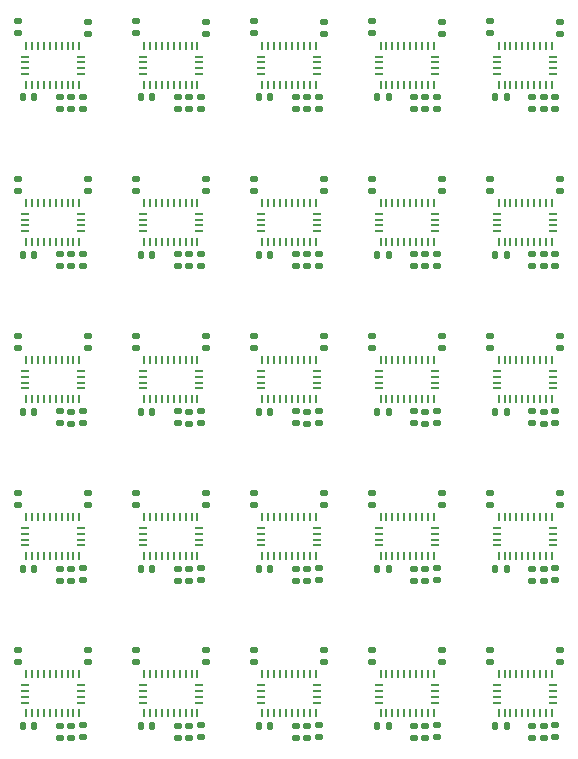
<source format=gtp>
%TF.GenerationSoftware,KiCad,Pcbnew,7.0.5-1.fc38*%
%TF.CreationDate,2023-07-07T14:18:13-04:00*%
%TF.ProjectId,bno085-i2c-board-v3-square-panel,626e6f30-3835-42d6-9932-632d626f6172,rev?*%
%TF.SameCoordinates,Original*%
%TF.FileFunction,Paste,Top*%
%TF.FilePolarity,Positive*%
%FSLAX46Y46*%
G04 Gerber Fmt 4.6, Leading zero omitted, Abs format (unit mm)*
G04 Created by KiCad (PCBNEW 7.0.5-1.fc38) date 2023-07-07 14:18:13*
%MOMM*%
%LPD*%
G01*
G04 APERTURE LIST*
G04 Aperture macros list*
%AMRoundRect*
0 Rectangle with rounded corners*
0 $1 Rounding radius*
0 $2 $3 $4 $5 $6 $7 $8 $9 X,Y pos of 4 corners*
0 Add a 4 corners polygon primitive as box body*
4,1,4,$2,$3,$4,$5,$6,$7,$8,$9,$2,$3,0*
0 Add four circle primitives for the rounded corners*
1,1,$1+$1,$2,$3*
1,1,$1+$1,$4,$5*
1,1,$1+$1,$6,$7*
1,1,$1+$1,$8,$9*
0 Add four rect primitives between the rounded corners*
20,1,$1+$1,$2,$3,$4,$5,0*
20,1,$1+$1,$4,$5,$6,$7,0*
20,1,$1+$1,$6,$7,$8,$9,0*
20,1,$1+$1,$8,$9,$2,$3,0*%
G04 Aperture macros list end*
%ADD10RoundRect,0.135000X-0.185000X0.135000X-0.185000X-0.135000X0.185000X-0.135000X0.185000X0.135000X0*%
%ADD11RoundRect,0.140000X0.140000X0.170000X-0.140000X0.170000X-0.140000X-0.170000X0.140000X-0.170000X0*%
%ADD12RoundRect,0.135000X0.185000X-0.135000X0.185000X0.135000X-0.185000X0.135000X-0.185000X-0.135000X0*%
%ADD13R,0.254000X0.675000*%
%ADD14R,0.675000X0.254000*%
G04 APERTURE END LIST*
D10*
%TO.C,R4*%
X131379924Y-56390678D03*
X131379924Y-57410678D03*
%TD*%
D11*
%TO.C,C1*%
X126822887Y-49506451D03*
X125862887Y-49506451D03*
%TD*%
%TO.C,C1*%
X126822887Y-36206451D03*
X125862887Y-36206451D03*
%TD*%
D10*
%TO.C,R1*%
X150925001Y-36169619D03*
X150925001Y-37189619D03*
%TD*%
D12*
%TO.C,R2*%
X169950850Y-90414177D03*
X169950850Y-89394177D03*
%TD*%
%TO.C,R5*%
X155415173Y-30787101D03*
X155415173Y-29767101D03*
%TD*%
D13*
%TO.C,U1*%
X156150000Y-71725000D03*
D14*
X156012500Y-72637500D03*
X156012500Y-73137500D03*
X156012500Y-73637500D03*
X156012500Y-74137500D03*
D13*
X156150000Y-75050000D03*
X156650000Y-75050000D03*
X157150000Y-75050000D03*
X157650000Y-75050000D03*
X158150000Y-75050000D03*
X158650000Y-75050000D03*
X159150000Y-75050000D03*
X159650000Y-75050000D03*
X160150000Y-75050000D03*
X160650000Y-75050000D03*
D14*
X160787500Y-74137500D03*
X160787500Y-73637500D03*
X160787500Y-73137500D03*
X160787500Y-72637500D03*
D13*
X160650000Y-71725000D03*
X160150000Y-71725000D03*
X159650000Y-71725000D03*
X159150000Y-71725000D03*
X158650000Y-71725000D03*
X158150000Y-71725000D03*
X157650000Y-71725000D03*
X157150000Y-71725000D03*
X156650000Y-71725000D03*
%TD*%
D11*
%TO.C,C1*%
X136822887Y-76106451D03*
X135862887Y-76106451D03*
%TD*%
D10*
%TO.C,R1*%
X170925001Y-76069619D03*
X170925001Y-77089619D03*
%TD*%
D12*
%TO.C,R5*%
X145415173Y-83987101D03*
X145415173Y-82967101D03*
%TD*%
D10*
%TO.C,R4*%
X131379924Y-29790678D03*
X131379924Y-30810678D03*
%TD*%
D13*
%TO.C,U1*%
X136150000Y-45125000D03*
D14*
X136012500Y-46037500D03*
X136012500Y-46537500D03*
X136012500Y-47037500D03*
X136012500Y-47537500D03*
D13*
X136150000Y-48450000D03*
X136650000Y-48450000D03*
X137150000Y-48450000D03*
X137650000Y-48450000D03*
X138150000Y-48450000D03*
X138650000Y-48450000D03*
X139150000Y-48450000D03*
X139650000Y-48450000D03*
X140150000Y-48450000D03*
X140650000Y-48450000D03*
D14*
X140787500Y-47537500D03*
X140787500Y-47037500D03*
X140787500Y-46537500D03*
X140787500Y-46037500D03*
D13*
X140650000Y-45125000D03*
X140150000Y-45125000D03*
X139650000Y-45125000D03*
X139150000Y-45125000D03*
X138650000Y-45125000D03*
X138150000Y-45125000D03*
X137650000Y-45125000D03*
X137150000Y-45125000D03*
X136650000Y-45125000D03*
%TD*%
D11*
%TO.C,C1*%
X166822887Y-36206451D03*
X165862887Y-36206451D03*
%TD*%
%TO.C,C1*%
X136822887Y-89406451D03*
X135862887Y-89406451D03*
%TD*%
D13*
%TO.C,U1*%
X136150000Y-31825000D03*
D14*
X136012500Y-32737500D03*
X136012500Y-33237500D03*
X136012500Y-33737500D03*
X136012500Y-34237500D03*
D13*
X136150000Y-35150000D03*
X136650000Y-35150000D03*
X137150000Y-35150000D03*
X137650000Y-35150000D03*
X138150000Y-35150000D03*
X138650000Y-35150000D03*
X139150000Y-35150000D03*
X139650000Y-35150000D03*
X140150000Y-35150000D03*
X140650000Y-35150000D03*
D14*
X140787500Y-34237500D03*
X140787500Y-33737500D03*
X140787500Y-33237500D03*
X140787500Y-32737500D03*
D13*
X140650000Y-31825000D03*
X140150000Y-31825000D03*
X139650000Y-31825000D03*
X139150000Y-31825000D03*
X138650000Y-31825000D03*
X138150000Y-31825000D03*
X137650000Y-31825000D03*
X137150000Y-31825000D03*
X136650000Y-31825000D03*
%TD*%
D10*
%TO.C,R1*%
X170925001Y-49469619D03*
X170925001Y-50489619D03*
%TD*%
D12*
%TO.C,R3*%
X158984885Y-77105991D03*
X158984885Y-76085991D03*
%TD*%
%TO.C,R5*%
X125415173Y-70687101D03*
X125415173Y-69667101D03*
%TD*%
D11*
%TO.C,C1*%
X166822887Y-76106451D03*
X165862887Y-76106451D03*
%TD*%
D13*
%TO.C,U1*%
X146150000Y-31825000D03*
D14*
X146012500Y-32737500D03*
X146012500Y-33237500D03*
X146012500Y-33737500D03*
X146012500Y-34237500D03*
D13*
X146150000Y-35150000D03*
X146650000Y-35150000D03*
X147150000Y-35150000D03*
X147650000Y-35150000D03*
X148150000Y-35150000D03*
X148650000Y-35150000D03*
X149150000Y-35150000D03*
X149650000Y-35150000D03*
X150150000Y-35150000D03*
X150650000Y-35150000D03*
D14*
X150787500Y-34237500D03*
X150787500Y-33737500D03*
X150787500Y-33237500D03*
X150787500Y-32737500D03*
D13*
X150650000Y-31825000D03*
X150150000Y-31825000D03*
X149650000Y-31825000D03*
X149150000Y-31825000D03*
X148650000Y-31825000D03*
X148150000Y-31825000D03*
X147650000Y-31825000D03*
X147150000Y-31825000D03*
X146650000Y-31825000D03*
%TD*%
D10*
%TO.C,R1*%
X130925001Y-36169619D03*
X130925001Y-37189619D03*
%TD*%
D12*
%TO.C,R2*%
X129950850Y-50514177D03*
X129950850Y-49494177D03*
%TD*%
%TO.C,R5*%
X145415173Y-57387101D03*
X145415173Y-56367101D03*
%TD*%
D10*
%TO.C,R1*%
X150925001Y-62769619D03*
X150925001Y-63789619D03*
%TD*%
D11*
%TO.C,C1*%
X146822887Y-36206451D03*
X145862887Y-36206451D03*
%TD*%
D12*
%TO.C,R2*%
X169950850Y-50514177D03*
X169950850Y-49494177D03*
%TD*%
D13*
%TO.C,U1*%
X126150000Y-71725000D03*
D14*
X126012500Y-72637500D03*
X126012500Y-73137500D03*
X126012500Y-73637500D03*
X126012500Y-74137500D03*
D13*
X126150000Y-75050000D03*
X126650000Y-75050000D03*
X127150000Y-75050000D03*
X127650000Y-75050000D03*
X128150000Y-75050000D03*
X128650000Y-75050000D03*
X129150000Y-75050000D03*
X129650000Y-75050000D03*
X130150000Y-75050000D03*
X130650000Y-75050000D03*
D14*
X130787500Y-74137500D03*
X130787500Y-73637500D03*
X130787500Y-73137500D03*
X130787500Y-72637500D03*
D13*
X130650000Y-71725000D03*
X130150000Y-71725000D03*
X129650000Y-71725000D03*
X129150000Y-71725000D03*
X128650000Y-71725000D03*
X128150000Y-71725000D03*
X127650000Y-71725000D03*
X127150000Y-71725000D03*
X126650000Y-71725000D03*
%TD*%
D12*
%TO.C,R2*%
X169950850Y-63814177D03*
X169950850Y-62794177D03*
%TD*%
D11*
%TO.C,C1*%
X146822887Y-49506451D03*
X145862887Y-49506451D03*
%TD*%
D10*
%TO.C,R4*%
X131379924Y-82990678D03*
X131379924Y-84010678D03*
%TD*%
D12*
%TO.C,R3*%
X148984885Y-50505991D03*
X148984885Y-49485991D03*
%TD*%
D10*
%TO.C,R1*%
X150925001Y-49469619D03*
X150925001Y-50489619D03*
%TD*%
D12*
%TO.C,R3*%
X168984885Y-63805991D03*
X168984885Y-62785991D03*
%TD*%
%TO.C,R3*%
X158984885Y-50505991D03*
X158984885Y-49485991D03*
%TD*%
D10*
%TO.C,R1*%
X150925001Y-89369619D03*
X150925001Y-90389619D03*
%TD*%
D12*
%TO.C,R2*%
X139950850Y-90414177D03*
X139950850Y-89394177D03*
%TD*%
D13*
%TO.C,U1*%
X146150000Y-85025000D03*
D14*
X146012500Y-85937500D03*
X146012500Y-86437500D03*
X146012500Y-86937500D03*
X146012500Y-87437500D03*
D13*
X146150000Y-88350000D03*
X146650000Y-88350000D03*
X147150000Y-88350000D03*
X147650000Y-88350000D03*
X148150000Y-88350000D03*
X148650000Y-88350000D03*
X149150000Y-88350000D03*
X149650000Y-88350000D03*
X150150000Y-88350000D03*
X150650000Y-88350000D03*
D14*
X150787500Y-87437500D03*
X150787500Y-86937500D03*
X150787500Y-86437500D03*
X150787500Y-85937500D03*
D13*
X150650000Y-85025000D03*
X150150000Y-85025000D03*
X149650000Y-85025000D03*
X149150000Y-85025000D03*
X148650000Y-85025000D03*
X148150000Y-85025000D03*
X147650000Y-85025000D03*
X147150000Y-85025000D03*
X146650000Y-85025000D03*
%TD*%
D10*
%TO.C,R4*%
X151379924Y-82990678D03*
X151379924Y-84010678D03*
%TD*%
D12*
%TO.C,R2*%
X139950850Y-50514177D03*
X139950850Y-49494177D03*
%TD*%
D10*
%TO.C,R1*%
X130925001Y-89369619D03*
X130925001Y-90389619D03*
%TD*%
D12*
%TO.C,R5*%
X145415173Y-70687101D03*
X145415173Y-69667101D03*
%TD*%
D10*
%TO.C,R4*%
X161379924Y-56390678D03*
X161379924Y-57410678D03*
%TD*%
D12*
%TO.C,R3*%
X168984885Y-50505991D03*
X168984885Y-49485991D03*
%TD*%
D11*
%TO.C,C1*%
X166822887Y-49506451D03*
X165862887Y-49506451D03*
%TD*%
D10*
%TO.C,R4*%
X141379924Y-69690678D03*
X141379924Y-70710678D03*
%TD*%
D12*
%TO.C,R3*%
X128984885Y-50505991D03*
X128984885Y-49485991D03*
%TD*%
%TO.C,R5*%
X155415173Y-44087101D03*
X155415173Y-43067101D03*
%TD*%
%TO.C,R2*%
X169950850Y-77114177D03*
X169950850Y-76094177D03*
%TD*%
%TO.C,R3*%
X138984885Y-63805991D03*
X138984885Y-62785991D03*
%TD*%
%TO.C,R3*%
X138984885Y-90405991D03*
X138984885Y-89385991D03*
%TD*%
%TO.C,R5*%
X135415173Y-57387101D03*
X135415173Y-56367101D03*
%TD*%
%TO.C,R5*%
X135415173Y-83987101D03*
X135415173Y-82967101D03*
%TD*%
D10*
%TO.C,R1*%
X170925001Y-89369619D03*
X170925001Y-90389619D03*
%TD*%
D12*
%TO.C,R2*%
X169950850Y-37214177D03*
X169950850Y-36194177D03*
%TD*%
D10*
%TO.C,R4*%
X151379924Y-56390678D03*
X151379924Y-57410678D03*
%TD*%
D13*
%TO.C,U1*%
X156150000Y-85025000D03*
D14*
X156012500Y-85937500D03*
X156012500Y-86437500D03*
X156012500Y-86937500D03*
X156012500Y-87437500D03*
D13*
X156150000Y-88350000D03*
X156650000Y-88350000D03*
X157150000Y-88350000D03*
X157650000Y-88350000D03*
X158150000Y-88350000D03*
X158650000Y-88350000D03*
X159150000Y-88350000D03*
X159650000Y-88350000D03*
X160150000Y-88350000D03*
X160650000Y-88350000D03*
D14*
X160787500Y-87437500D03*
X160787500Y-86937500D03*
X160787500Y-86437500D03*
X160787500Y-85937500D03*
D13*
X160650000Y-85025000D03*
X160150000Y-85025000D03*
X159650000Y-85025000D03*
X159150000Y-85025000D03*
X158650000Y-85025000D03*
X158150000Y-85025000D03*
X157650000Y-85025000D03*
X157150000Y-85025000D03*
X156650000Y-85025000D03*
%TD*%
D12*
%TO.C,R2*%
X159950850Y-90414177D03*
X159950850Y-89394177D03*
%TD*%
D10*
%TO.C,R1*%
X160925001Y-36169619D03*
X160925001Y-37189619D03*
%TD*%
D12*
%TO.C,R5*%
X165415173Y-57387101D03*
X165415173Y-56367101D03*
%TD*%
D10*
%TO.C,R4*%
X151379924Y-69690678D03*
X151379924Y-70710678D03*
%TD*%
D13*
%TO.C,U1*%
X146150000Y-58425000D03*
D14*
X146012500Y-59337500D03*
X146012500Y-59837500D03*
X146012500Y-60337500D03*
X146012500Y-60837500D03*
D13*
X146150000Y-61750000D03*
X146650000Y-61750000D03*
X147150000Y-61750000D03*
X147650000Y-61750000D03*
X148150000Y-61750000D03*
X148650000Y-61750000D03*
X149150000Y-61750000D03*
X149650000Y-61750000D03*
X150150000Y-61750000D03*
X150650000Y-61750000D03*
D14*
X150787500Y-60837500D03*
X150787500Y-60337500D03*
X150787500Y-59837500D03*
X150787500Y-59337500D03*
D13*
X150650000Y-58425000D03*
X150150000Y-58425000D03*
X149650000Y-58425000D03*
X149150000Y-58425000D03*
X148650000Y-58425000D03*
X148150000Y-58425000D03*
X147650000Y-58425000D03*
X147150000Y-58425000D03*
X146650000Y-58425000D03*
%TD*%
D11*
%TO.C,C1*%
X126822887Y-62806451D03*
X125862887Y-62806451D03*
%TD*%
D10*
%TO.C,R1*%
X160925001Y-49469619D03*
X160925001Y-50489619D03*
%TD*%
D11*
%TO.C,C1*%
X166822887Y-89406451D03*
X165862887Y-89406451D03*
%TD*%
D10*
%TO.C,R1*%
X130925001Y-49469619D03*
X130925001Y-50489619D03*
%TD*%
%TO.C,R4*%
X171379924Y-29790678D03*
X171379924Y-30810678D03*
%TD*%
D12*
%TO.C,R2*%
X129950850Y-77114177D03*
X129950850Y-76094177D03*
%TD*%
%TO.C,R5*%
X155415173Y-70687101D03*
X155415173Y-69667101D03*
%TD*%
%TO.C,R3*%
X148984885Y-77105991D03*
X148984885Y-76085991D03*
%TD*%
%TO.C,R5*%
X125415173Y-44087101D03*
X125415173Y-43067101D03*
%TD*%
D13*
%TO.C,U1*%
X136150000Y-58425000D03*
D14*
X136012500Y-59337500D03*
X136012500Y-59837500D03*
X136012500Y-60337500D03*
X136012500Y-60837500D03*
D13*
X136150000Y-61750000D03*
X136650000Y-61750000D03*
X137150000Y-61750000D03*
X137650000Y-61750000D03*
X138150000Y-61750000D03*
X138650000Y-61750000D03*
X139150000Y-61750000D03*
X139650000Y-61750000D03*
X140150000Y-61750000D03*
X140650000Y-61750000D03*
D14*
X140787500Y-60837500D03*
X140787500Y-60337500D03*
X140787500Y-59837500D03*
X140787500Y-59337500D03*
D13*
X140650000Y-58425000D03*
X140150000Y-58425000D03*
X139650000Y-58425000D03*
X139150000Y-58425000D03*
X138650000Y-58425000D03*
X138150000Y-58425000D03*
X137650000Y-58425000D03*
X137150000Y-58425000D03*
X136650000Y-58425000D03*
%TD*%
D10*
%TO.C,R4*%
X151379924Y-29790678D03*
X151379924Y-30810678D03*
%TD*%
%TO.C,R4*%
X171379924Y-43090678D03*
X171379924Y-44110678D03*
%TD*%
%TO.C,R4*%
X171379924Y-56390678D03*
X171379924Y-57410678D03*
%TD*%
D12*
%TO.C,R3*%
X168984885Y-90405991D03*
X168984885Y-89385991D03*
%TD*%
D10*
%TO.C,R4*%
X131379924Y-69690678D03*
X131379924Y-70710678D03*
%TD*%
%TO.C,R4*%
X161379924Y-43090678D03*
X161379924Y-44110678D03*
%TD*%
%TO.C,R4*%
X161379924Y-69690678D03*
X161379924Y-70710678D03*
%TD*%
%TO.C,R1*%
X130925001Y-62769619D03*
X130925001Y-63789619D03*
%TD*%
D13*
%TO.C,U1*%
X136150000Y-71725000D03*
D14*
X136012500Y-72637500D03*
X136012500Y-73137500D03*
X136012500Y-73637500D03*
X136012500Y-74137500D03*
D13*
X136150000Y-75050000D03*
X136650000Y-75050000D03*
X137150000Y-75050000D03*
X137650000Y-75050000D03*
X138150000Y-75050000D03*
X138650000Y-75050000D03*
X139150000Y-75050000D03*
X139650000Y-75050000D03*
X140150000Y-75050000D03*
X140650000Y-75050000D03*
D14*
X140787500Y-74137500D03*
X140787500Y-73637500D03*
X140787500Y-73137500D03*
X140787500Y-72637500D03*
D13*
X140650000Y-71725000D03*
X140150000Y-71725000D03*
X139650000Y-71725000D03*
X139150000Y-71725000D03*
X138650000Y-71725000D03*
X138150000Y-71725000D03*
X137650000Y-71725000D03*
X137150000Y-71725000D03*
X136650000Y-71725000D03*
%TD*%
D12*
%TO.C,R5*%
X155415173Y-83987101D03*
X155415173Y-82967101D03*
%TD*%
D10*
%TO.C,R1*%
X140925001Y-89369619D03*
X140925001Y-90389619D03*
%TD*%
D12*
%TO.C,R5*%
X135415173Y-30787101D03*
X135415173Y-29767101D03*
%TD*%
D11*
%TO.C,C1*%
X146822887Y-89406451D03*
X145862887Y-89406451D03*
%TD*%
D12*
%TO.C,R2*%
X149950850Y-63814177D03*
X149950850Y-62794177D03*
%TD*%
D10*
%TO.C,R4*%
X161379924Y-82990678D03*
X161379924Y-84010678D03*
%TD*%
D13*
%TO.C,U1*%
X166150000Y-85025000D03*
D14*
X166012500Y-85937500D03*
X166012500Y-86437500D03*
X166012500Y-86937500D03*
X166012500Y-87437500D03*
D13*
X166150000Y-88350000D03*
X166650000Y-88350000D03*
X167150000Y-88350000D03*
X167650000Y-88350000D03*
X168150000Y-88350000D03*
X168650000Y-88350000D03*
X169150000Y-88350000D03*
X169650000Y-88350000D03*
X170150000Y-88350000D03*
X170650000Y-88350000D03*
D14*
X170787500Y-87437500D03*
X170787500Y-86937500D03*
X170787500Y-86437500D03*
X170787500Y-85937500D03*
D13*
X170650000Y-85025000D03*
X170150000Y-85025000D03*
X169650000Y-85025000D03*
X169150000Y-85025000D03*
X168650000Y-85025000D03*
X168150000Y-85025000D03*
X167650000Y-85025000D03*
X167150000Y-85025000D03*
X166650000Y-85025000D03*
%TD*%
D12*
%TO.C,R2*%
X159950850Y-77114177D03*
X159950850Y-76094177D03*
%TD*%
D13*
%TO.C,U1*%
X156150000Y-45125000D03*
D14*
X156012500Y-46037500D03*
X156012500Y-46537500D03*
X156012500Y-47037500D03*
X156012500Y-47537500D03*
D13*
X156150000Y-48450000D03*
X156650000Y-48450000D03*
X157150000Y-48450000D03*
X157650000Y-48450000D03*
X158150000Y-48450000D03*
X158650000Y-48450000D03*
X159150000Y-48450000D03*
X159650000Y-48450000D03*
X160150000Y-48450000D03*
X160650000Y-48450000D03*
D14*
X160787500Y-47537500D03*
X160787500Y-47037500D03*
X160787500Y-46537500D03*
X160787500Y-46037500D03*
D13*
X160650000Y-45125000D03*
X160150000Y-45125000D03*
X159650000Y-45125000D03*
X159150000Y-45125000D03*
X158650000Y-45125000D03*
X158150000Y-45125000D03*
X157650000Y-45125000D03*
X157150000Y-45125000D03*
X156650000Y-45125000D03*
%TD*%
D12*
%TO.C,R2*%
X159950850Y-37214177D03*
X159950850Y-36194177D03*
%TD*%
D13*
%TO.C,U1*%
X126150000Y-85025000D03*
D14*
X126012500Y-85937500D03*
X126012500Y-86437500D03*
X126012500Y-86937500D03*
X126012500Y-87437500D03*
D13*
X126150000Y-88350000D03*
X126650000Y-88350000D03*
X127150000Y-88350000D03*
X127650000Y-88350000D03*
X128150000Y-88350000D03*
X128650000Y-88350000D03*
X129150000Y-88350000D03*
X129650000Y-88350000D03*
X130150000Y-88350000D03*
X130650000Y-88350000D03*
D14*
X130787500Y-87437500D03*
X130787500Y-86937500D03*
X130787500Y-86437500D03*
X130787500Y-85937500D03*
D13*
X130650000Y-85025000D03*
X130150000Y-85025000D03*
X129650000Y-85025000D03*
X129150000Y-85025000D03*
X128650000Y-85025000D03*
X128150000Y-85025000D03*
X127650000Y-85025000D03*
X127150000Y-85025000D03*
X126650000Y-85025000D03*
%TD*%
D12*
%TO.C,R2*%
X149950850Y-90414177D03*
X149950850Y-89394177D03*
%TD*%
%TO.C,R5*%
X165415173Y-44087101D03*
X165415173Y-43067101D03*
%TD*%
D13*
%TO.C,U1*%
X166150000Y-31825000D03*
D14*
X166012500Y-32737500D03*
X166012500Y-33237500D03*
X166012500Y-33737500D03*
X166012500Y-34237500D03*
D13*
X166150000Y-35150000D03*
X166650000Y-35150000D03*
X167150000Y-35150000D03*
X167650000Y-35150000D03*
X168150000Y-35150000D03*
X168650000Y-35150000D03*
X169150000Y-35150000D03*
X169650000Y-35150000D03*
X170150000Y-35150000D03*
X170650000Y-35150000D03*
D14*
X170787500Y-34237500D03*
X170787500Y-33737500D03*
X170787500Y-33237500D03*
X170787500Y-32737500D03*
D13*
X170650000Y-31825000D03*
X170150000Y-31825000D03*
X169650000Y-31825000D03*
X169150000Y-31825000D03*
X168650000Y-31825000D03*
X168150000Y-31825000D03*
X167650000Y-31825000D03*
X167150000Y-31825000D03*
X166650000Y-31825000D03*
%TD*%
D12*
%TO.C,R2*%
X149950850Y-37214177D03*
X149950850Y-36194177D03*
%TD*%
%TO.C,R5*%
X145415173Y-44087101D03*
X145415173Y-43067101D03*
%TD*%
D11*
%TO.C,C1*%
X156822887Y-62806451D03*
X155862887Y-62806451D03*
%TD*%
D12*
%TO.C,R3*%
X148984885Y-37205991D03*
X148984885Y-36185991D03*
%TD*%
%TO.C,R3*%
X128984885Y-37205991D03*
X128984885Y-36185991D03*
%TD*%
%TO.C,R5*%
X135415173Y-44087101D03*
X135415173Y-43067101D03*
%TD*%
D13*
%TO.C,U1*%
X166150000Y-71725000D03*
D14*
X166012500Y-72637500D03*
X166012500Y-73137500D03*
X166012500Y-73637500D03*
X166012500Y-74137500D03*
D13*
X166150000Y-75050000D03*
X166650000Y-75050000D03*
X167150000Y-75050000D03*
X167650000Y-75050000D03*
X168150000Y-75050000D03*
X168650000Y-75050000D03*
X169150000Y-75050000D03*
X169650000Y-75050000D03*
X170150000Y-75050000D03*
X170650000Y-75050000D03*
D14*
X170787500Y-74137500D03*
X170787500Y-73637500D03*
X170787500Y-73137500D03*
X170787500Y-72637500D03*
D13*
X170650000Y-71725000D03*
X170150000Y-71725000D03*
X169650000Y-71725000D03*
X169150000Y-71725000D03*
X168650000Y-71725000D03*
X168150000Y-71725000D03*
X167650000Y-71725000D03*
X167150000Y-71725000D03*
X166650000Y-71725000D03*
%TD*%
D10*
%TO.C,R1*%
X170925001Y-62769619D03*
X170925001Y-63789619D03*
%TD*%
D11*
%TO.C,C1*%
X136822887Y-36206451D03*
X135862887Y-36206451D03*
%TD*%
D10*
%TO.C,R1*%
X160925001Y-76069619D03*
X160925001Y-77089619D03*
%TD*%
D12*
%TO.C,R2*%
X139950850Y-37214177D03*
X139950850Y-36194177D03*
%TD*%
D13*
%TO.C,U1*%
X136150000Y-85025000D03*
D14*
X136012500Y-85937500D03*
X136012500Y-86437500D03*
X136012500Y-86937500D03*
X136012500Y-87437500D03*
D13*
X136150000Y-88350000D03*
X136650000Y-88350000D03*
X137150000Y-88350000D03*
X137650000Y-88350000D03*
X138150000Y-88350000D03*
X138650000Y-88350000D03*
X139150000Y-88350000D03*
X139650000Y-88350000D03*
X140150000Y-88350000D03*
X140650000Y-88350000D03*
D14*
X140787500Y-87437500D03*
X140787500Y-86937500D03*
X140787500Y-86437500D03*
X140787500Y-85937500D03*
D13*
X140650000Y-85025000D03*
X140150000Y-85025000D03*
X139650000Y-85025000D03*
X139150000Y-85025000D03*
X138650000Y-85025000D03*
X138150000Y-85025000D03*
X137650000Y-85025000D03*
X137150000Y-85025000D03*
X136650000Y-85025000D03*
%TD*%
D10*
%TO.C,R1*%
X140925001Y-49469619D03*
X140925001Y-50489619D03*
%TD*%
D12*
%TO.C,R2*%
X149950850Y-50514177D03*
X149950850Y-49494177D03*
%TD*%
D11*
%TO.C,C1*%
X156822887Y-36206451D03*
X155862887Y-36206451D03*
%TD*%
D12*
%TO.C,R2*%
X159950850Y-50514177D03*
X159950850Y-49494177D03*
%TD*%
%TO.C,R3*%
X168984885Y-77105991D03*
X168984885Y-76085991D03*
%TD*%
D13*
%TO.C,U1*%
X156150000Y-31825000D03*
D14*
X156012500Y-32737500D03*
X156012500Y-33237500D03*
X156012500Y-33737500D03*
X156012500Y-34237500D03*
D13*
X156150000Y-35150000D03*
X156650000Y-35150000D03*
X157150000Y-35150000D03*
X157650000Y-35150000D03*
X158150000Y-35150000D03*
X158650000Y-35150000D03*
X159150000Y-35150000D03*
X159650000Y-35150000D03*
X160150000Y-35150000D03*
X160650000Y-35150000D03*
D14*
X160787500Y-34237500D03*
X160787500Y-33737500D03*
X160787500Y-33237500D03*
X160787500Y-32737500D03*
D13*
X160650000Y-31825000D03*
X160150000Y-31825000D03*
X159650000Y-31825000D03*
X159150000Y-31825000D03*
X158650000Y-31825000D03*
X158150000Y-31825000D03*
X157650000Y-31825000D03*
X157150000Y-31825000D03*
X156650000Y-31825000D03*
%TD*%
D10*
%TO.C,R4*%
X161379924Y-29790678D03*
X161379924Y-30810678D03*
%TD*%
D12*
%TO.C,R2*%
X159950850Y-63814177D03*
X159950850Y-62794177D03*
%TD*%
D10*
%TO.C,R1*%
X160925001Y-62769619D03*
X160925001Y-63789619D03*
%TD*%
%TO.C,R1*%
X140925001Y-62769619D03*
X140925001Y-63789619D03*
%TD*%
D12*
%TO.C,R2*%
X149950850Y-77114177D03*
X149950850Y-76094177D03*
%TD*%
D11*
%TO.C,C1*%
X126822887Y-89406451D03*
X125862887Y-89406451D03*
%TD*%
D12*
%TO.C,R2*%
X129950850Y-37214177D03*
X129950850Y-36194177D03*
%TD*%
D10*
%TO.C,R1*%
X160925001Y-89369619D03*
X160925001Y-90389619D03*
%TD*%
%TO.C,R1*%
X130925001Y-76069619D03*
X130925001Y-77089619D03*
%TD*%
%TO.C,R1*%
X140925001Y-36169619D03*
X140925001Y-37189619D03*
%TD*%
%TO.C,R4*%
X141379924Y-56390678D03*
X141379924Y-57410678D03*
%TD*%
D12*
%TO.C,R5*%
X155415173Y-57387101D03*
X155415173Y-56367101D03*
%TD*%
%TO.C,R3*%
X128984885Y-90405991D03*
X128984885Y-89385991D03*
%TD*%
%TO.C,R2*%
X139950850Y-63814177D03*
X139950850Y-62794177D03*
%TD*%
D13*
%TO.C,U1*%
X126150000Y-31825000D03*
D14*
X126012500Y-32737500D03*
X126012500Y-33237500D03*
X126012500Y-33737500D03*
X126012500Y-34237500D03*
D13*
X126150000Y-35150000D03*
X126650000Y-35150000D03*
X127150000Y-35150000D03*
X127650000Y-35150000D03*
X128150000Y-35150000D03*
X128650000Y-35150000D03*
X129150000Y-35150000D03*
X129650000Y-35150000D03*
X130150000Y-35150000D03*
X130650000Y-35150000D03*
D14*
X130787500Y-34237500D03*
X130787500Y-33737500D03*
X130787500Y-33237500D03*
X130787500Y-32737500D03*
D13*
X130650000Y-31825000D03*
X130150000Y-31825000D03*
X129650000Y-31825000D03*
X129150000Y-31825000D03*
X128650000Y-31825000D03*
X128150000Y-31825000D03*
X127650000Y-31825000D03*
X127150000Y-31825000D03*
X126650000Y-31825000D03*
%TD*%
D12*
%TO.C,R5*%
X125415173Y-57387101D03*
X125415173Y-56367101D03*
%TD*%
%TO.C,R2*%
X129950850Y-63814177D03*
X129950850Y-62794177D03*
%TD*%
%TO.C,R3*%
X168984885Y-37205991D03*
X168984885Y-36185991D03*
%TD*%
D10*
%TO.C,R1*%
X140925001Y-76069619D03*
X140925001Y-77089619D03*
%TD*%
D13*
%TO.C,U1*%
X126150000Y-58425000D03*
D14*
X126012500Y-59337500D03*
X126012500Y-59837500D03*
X126012500Y-60337500D03*
X126012500Y-60837500D03*
D13*
X126150000Y-61750000D03*
X126650000Y-61750000D03*
X127150000Y-61750000D03*
X127650000Y-61750000D03*
X128150000Y-61750000D03*
X128650000Y-61750000D03*
X129150000Y-61750000D03*
X129650000Y-61750000D03*
X130150000Y-61750000D03*
X130650000Y-61750000D03*
D14*
X130787500Y-60837500D03*
X130787500Y-60337500D03*
X130787500Y-59837500D03*
X130787500Y-59337500D03*
D13*
X130650000Y-58425000D03*
X130150000Y-58425000D03*
X129650000Y-58425000D03*
X129150000Y-58425000D03*
X128650000Y-58425000D03*
X128150000Y-58425000D03*
X127650000Y-58425000D03*
X127150000Y-58425000D03*
X126650000Y-58425000D03*
%TD*%
D11*
%TO.C,C1*%
X136822887Y-49506451D03*
X135862887Y-49506451D03*
%TD*%
D12*
%TO.C,R3*%
X138984885Y-50505991D03*
X138984885Y-49485991D03*
%TD*%
D10*
%TO.C,R4*%
X141379924Y-43090678D03*
X141379924Y-44110678D03*
%TD*%
D11*
%TO.C,C1*%
X156822887Y-76106451D03*
X155862887Y-76106451D03*
%TD*%
%TO.C,C1*%
X126822887Y-76106451D03*
X125862887Y-76106451D03*
%TD*%
D12*
%TO.C,R5*%
X165415173Y-83987101D03*
X165415173Y-82967101D03*
%TD*%
D13*
%TO.C,U1*%
X166150000Y-45125000D03*
D14*
X166012500Y-46037500D03*
X166012500Y-46537500D03*
X166012500Y-47037500D03*
X166012500Y-47537500D03*
D13*
X166150000Y-48450000D03*
X166650000Y-48450000D03*
X167150000Y-48450000D03*
X167650000Y-48450000D03*
X168150000Y-48450000D03*
X168650000Y-48450000D03*
X169150000Y-48450000D03*
X169650000Y-48450000D03*
X170150000Y-48450000D03*
X170650000Y-48450000D03*
D14*
X170787500Y-47537500D03*
X170787500Y-47037500D03*
X170787500Y-46537500D03*
X170787500Y-46037500D03*
D13*
X170650000Y-45125000D03*
X170150000Y-45125000D03*
X169650000Y-45125000D03*
X169150000Y-45125000D03*
X168650000Y-45125000D03*
X168150000Y-45125000D03*
X167650000Y-45125000D03*
X167150000Y-45125000D03*
X166650000Y-45125000D03*
%TD*%
D12*
%TO.C,R3*%
X138984885Y-77105991D03*
X138984885Y-76085991D03*
%TD*%
D13*
%TO.C,U1*%
X146150000Y-71725000D03*
D14*
X146012500Y-72637500D03*
X146012500Y-73137500D03*
X146012500Y-73637500D03*
X146012500Y-74137500D03*
D13*
X146150000Y-75050000D03*
X146650000Y-75050000D03*
X147150000Y-75050000D03*
X147650000Y-75050000D03*
X148150000Y-75050000D03*
X148650000Y-75050000D03*
X149150000Y-75050000D03*
X149650000Y-75050000D03*
X150150000Y-75050000D03*
X150650000Y-75050000D03*
D14*
X150787500Y-74137500D03*
X150787500Y-73637500D03*
X150787500Y-73137500D03*
X150787500Y-72637500D03*
D13*
X150650000Y-71725000D03*
X150150000Y-71725000D03*
X149650000Y-71725000D03*
X149150000Y-71725000D03*
X148650000Y-71725000D03*
X148150000Y-71725000D03*
X147650000Y-71725000D03*
X147150000Y-71725000D03*
X146650000Y-71725000D03*
%TD*%
D12*
%TO.C,R3*%
X158984885Y-37205991D03*
X158984885Y-36185991D03*
%TD*%
%TO.C,R3*%
X148984885Y-63805991D03*
X148984885Y-62785991D03*
%TD*%
%TO.C,R3*%
X128984885Y-77105991D03*
X128984885Y-76085991D03*
%TD*%
D10*
%TO.C,R1*%
X170925001Y-36169619D03*
X170925001Y-37189619D03*
%TD*%
%TO.C,R4*%
X171379924Y-69690678D03*
X171379924Y-70710678D03*
%TD*%
D12*
%TO.C,R3*%
X138984885Y-37205991D03*
X138984885Y-36185991D03*
%TD*%
%TO.C,R5*%
X125415173Y-30787101D03*
X125415173Y-29767101D03*
%TD*%
D10*
%TO.C,R4*%
X141379924Y-82990678D03*
X141379924Y-84010678D03*
%TD*%
D12*
%TO.C,R5*%
X165415173Y-70687101D03*
X165415173Y-69667101D03*
%TD*%
D13*
%TO.C,U1*%
X126150000Y-45125000D03*
D14*
X126012500Y-46037500D03*
X126012500Y-46537500D03*
X126012500Y-47037500D03*
X126012500Y-47537500D03*
D13*
X126150000Y-48450000D03*
X126650000Y-48450000D03*
X127150000Y-48450000D03*
X127650000Y-48450000D03*
X128150000Y-48450000D03*
X128650000Y-48450000D03*
X129150000Y-48450000D03*
X129650000Y-48450000D03*
X130150000Y-48450000D03*
X130650000Y-48450000D03*
D14*
X130787500Y-47537500D03*
X130787500Y-47037500D03*
X130787500Y-46537500D03*
X130787500Y-46037500D03*
D13*
X130650000Y-45125000D03*
X130150000Y-45125000D03*
X129650000Y-45125000D03*
X129150000Y-45125000D03*
X128650000Y-45125000D03*
X128150000Y-45125000D03*
X127650000Y-45125000D03*
X127150000Y-45125000D03*
X126650000Y-45125000D03*
%TD*%
%TO.C,U1*%
X166150000Y-58425000D03*
D14*
X166012500Y-59337500D03*
X166012500Y-59837500D03*
X166012500Y-60337500D03*
X166012500Y-60837500D03*
D13*
X166150000Y-61750000D03*
X166650000Y-61750000D03*
X167150000Y-61750000D03*
X167650000Y-61750000D03*
X168150000Y-61750000D03*
X168650000Y-61750000D03*
X169150000Y-61750000D03*
X169650000Y-61750000D03*
X170150000Y-61750000D03*
X170650000Y-61750000D03*
D14*
X170787500Y-60837500D03*
X170787500Y-60337500D03*
X170787500Y-59837500D03*
X170787500Y-59337500D03*
D13*
X170650000Y-58425000D03*
X170150000Y-58425000D03*
X169650000Y-58425000D03*
X169150000Y-58425000D03*
X168650000Y-58425000D03*
X168150000Y-58425000D03*
X167650000Y-58425000D03*
X167150000Y-58425000D03*
X166650000Y-58425000D03*
%TD*%
D10*
%TO.C,R4*%
X151379924Y-43090678D03*
X151379924Y-44110678D03*
%TD*%
%TO.C,R4*%
X141379924Y-29790678D03*
X141379924Y-30810678D03*
%TD*%
D11*
%TO.C,C1*%
X166822887Y-62806451D03*
X165862887Y-62806451D03*
%TD*%
D10*
%TO.C,R4*%
X131379924Y-43090678D03*
X131379924Y-44110678D03*
%TD*%
D13*
%TO.C,U1*%
X146150000Y-45125000D03*
D14*
X146012500Y-46037500D03*
X146012500Y-46537500D03*
X146012500Y-47037500D03*
X146012500Y-47537500D03*
D13*
X146150000Y-48450000D03*
X146650000Y-48450000D03*
X147150000Y-48450000D03*
X147650000Y-48450000D03*
X148150000Y-48450000D03*
X148650000Y-48450000D03*
X149150000Y-48450000D03*
X149650000Y-48450000D03*
X150150000Y-48450000D03*
X150650000Y-48450000D03*
D14*
X150787500Y-47537500D03*
X150787500Y-47037500D03*
X150787500Y-46537500D03*
X150787500Y-46037500D03*
D13*
X150650000Y-45125000D03*
X150150000Y-45125000D03*
X149650000Y-45125000D03*
X149150000Y-45125000D03*
X148650000Y-45125000D03*
X148150000Y-45125000D03*
X147650000Y-45125000D03*
X147150000Y-45125000D03*
X146650000Y-45125000D03*
%TD*%
D11*
%TO.C,C1*%
X136822887Y-62806451D03*
X135862887Y-62806451D03*
%TD*%
D12*
%TO.C,R2*%
X129950850Y-90414177D03*
X129950850Y-89394177D03*
%TD*%
D11*
%TO.C,C1*%
X146822887Y-76106451D03*
X145862887Y-76106451D03*
%TD*%
D10*
%TO.C,R1*%
X150925001Y-76069619D03*
X150925001Y-77089619D03*
%TD*%
D12*
%TO.C,R3*%
X128984885Y-63805991D03*
X128984885Y-62785991D03*
%TD*%
D10*
%TO.C,R4*%
X171379924Y-82990678D03*
X171379924Y-84010678D03*
%TD*%
D12*
%TO.C,R3*%
X158984885Y-63805991D03*
X158984885Y-62785991D03*
%TD*%
D11*
%TO.C,C1*%
X156822887Y-49506451D03*
X155862887Y-49506451D03*
%TD*%
%TO.C,C1*%
X156822887Y-89406451D03*
X155862887Y-89406451D03*
%TD*%
D12*
%TO.C,R3*%
X148984885Y-90405991D03*
X148984885Y-89385991D03*
%TD*%
%TO.C,R5*%
X135415173Y-70687101D03*
X135415173Y-69667101D03*
%TD*%
%TO.C,R5*%
X165415173Y-30787101D03*
X165415173Y-29767101D03*
%TD*%
D11*
%TO.C,C1*%
X146822887Y-62806451D03*
X145862887Y-62806451D03*
%TD*%
D13*
%TO.C,U1*%
X156150000Y-58425000D03*
D14*
X156012500Y-59337500D03*
X156012500Y-59837500D03*
X156012500Y-60337500D03*
X156012500Y-60837500D03*
D13*
X156150000Y-61750000D03*
X156650000Y-61750000D03*
X157150000Y-61750000D03*
X157650000Y-61750000D03*
X158150000Y-61750000D03*
X158650000Y-61750000D03*
X159150000Y-61750000D03*
X159650000Y-61750000D03*
X160150000Y-61750000D03*
X160650000Y-61750000D03*
D14*
X160787500Y-60837500D03*
X160787500Y-60337500D03*
X160787500Y-59837500D03*
X160787500Y-59337500D03*
D13*
X160650000Y-58425000D03*
X160150000Y-58425000D03*
X159650000Y-58425000D03*
X159150000Y-58425000D03*
X158650000Y-58425000D03*
X158150000Y-58425000D03*
X157650000Y-58425000D03*
X157150000Y-58425000D03*
X156650000Y-58425000D03*
%TD*%
D12*
%TO.C,R2*%
X139950850Y-77114177D03*
X139950850Y-76094177D03*
%TD*%
%TO.C,R5*%
X125415173Y-83987101D03*
X125415173Y-82967101D03*
%TD*%
%TO.C,R5*%
X145415173Y-30787101D03*
X145415173Y-29767101D03*
%TD*%
%TO.C,R3*%
X158984885Y-90405991D03*
X158984885Y-89385991D03*
%TD*%
M02*

</source>
